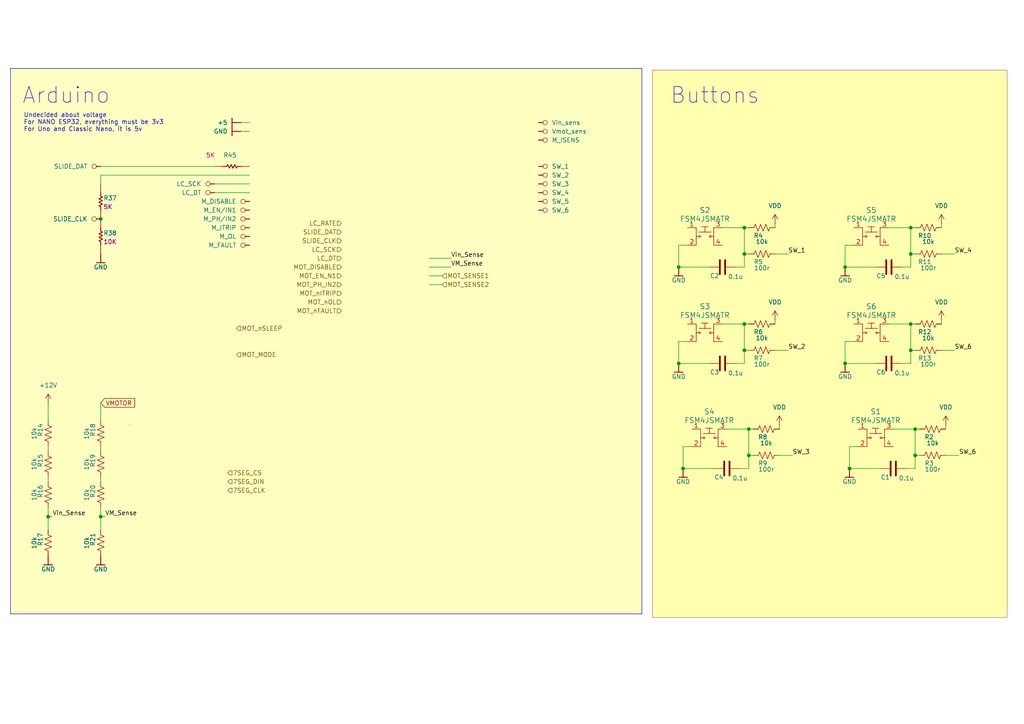
<source format=kicad_sch>
(kicad_sch (version 20231120) (generator "eeschema") (generator_version "8.0")
  (paper "A4")
  (lib_symbols
    (symbol "Device:C" (pin_numbers hide) (pin_names (offset 0.254))
      (property "Reference" "C" (at 0.635 2.54 0))
      (property "Value" "C" (at 0.635 -2.54 0))
      (symbol "C_0_1"
        (polyline (pts (xy -2.032 -0.762) (xy 2.032 -0.762)) (stroke (width 0.508)))
        (polyline (pts (xy -2.032 0.762) (xy 2.032 0.762)) (stroke (width 0.508)))
      )
      (symbol "C_1_1"
        (pin passive line (at 0 3.81 270) (length 2.794) (name "~") (number "1"))
        (pin passive line (at 0 -3.81 90) (length 2.794) (name "~") (number "2"))
      )
    )
    (symbol "Device:R_US" (pin_numbers hide) (pin_names (offset 0))
      (property "Reference" "R" (at 2.54 0 90))
      (property "Value" "R_US" (at -2.54 0 90))
      (symbol "R_US_0_1"
        (polyline (pts (xy 0 -2.286) (xy 0 -2.54)))
        (polyline (pts (xy 0 2.286) (xy 0 2.54)))
        (polyline (pts (xy 0 -0.762) (xy 1.016 -1.143) (xy 0 -1.524) (xy -1.016 -1.905) (xy 0 -2.286)))
        (polyline (pts (xy 0 0.762) (xy 1.016 0.381) (xy 0 0) (xy -1.016 -0.381) (xy 0 -0.762)))
        (polyline (pts (xy 0 2.286) (xy 1.016 1.905) (xy 0 1.524) (xy -1.016 1.143) (xy 0 0.762)))
      )
      (symbol "R_US_1_1"
        (pin passive line (at 0 3.81 270) (length 1.27) (name "~") (number "1"))
        (pin passive line (at 0 -3.81 90) (length 1.27) (name "~") (number "2"))
      )
    )
    (symbol "UMTK-altium-import:+5_BAR" (power)
      (property "Reference" "#PWR" (at 0 0 0))
      (property "Value" "+5" (at 0 3.81 0))
      (symbol "+5_BAR_0_0"
        (polyline (pts (xy -1.27 -2.54) (xy 1.27 -2.54)) (stroke (width 0.254)))
        (polyline (pts (xy 0 0) (xy 0 -2.54)) (stroke (width 0.254)))
        (pin power_in line (at 0 0 0) (length 0) hide (name "+5") (number ""))
      )
    )
    (symbol "UMTK-altium-import:GND_BAR" (power)
      (property "Reference" "#PWR" (at 0 0 0))
      (property "Value" "GND" (at 0 3.81 0))
      (symbol "GND_BAR_0_0"
        (polyline (pts (xy -1.27 -2.54) (xy 1.27 -2.54)) (stroke (width 0.254)))
        (polyline (pts (xy 0 0) (xy 0 -2.54)) (stroke (width 0.254)))
        (pin power_in line (at 0 0 0) (length 0) hide (name "GND") (number ""))
      )
    )
    (symbol "UMTK-altium-import:LC_DT_CIRCLE" (power)
      (property "Reference" "#PWR" (at 0 0 0))
      (property "Value" "LC_DT" (at 0 3.81 0))
      (symbol "LC_DT_CIRCLE_0_0"
        (circle (center 0 -1.905) (radius 0.635) (stroke (width 0.127)))
        (polyline (pts (xy 0 0) (xy 0 -1.27)) (stroke (width 0.254)))
        (pin power_in line (at 0 0 0) (length 0) hide (name "LC_DT") (number ""))
      )
    )
    (symbol "UMTK-altium-import:LC_SCK_CIRCLE" (power)
      (property "Reference" "#PWR" (at 0 0 0))
      (property "Value" "LC_SCK" (at 0 3.81 0))
      (symbol "LC_SCK_CIRCLE_0_0"
        (circle (center 0 -1.905) (radius 0.635) (stroke (width 0.127)))
        (polyline (pts (xy 0 0) (xy 0 -1.27)) (stroke (width 0.254)))
        (pin power_in line (at 0 0 0) (length 0) hide (name "LC_SCK") (number ""))
      )
    )
    (symbol "UMTK-altium-import:M_DISABLE_CIRCLE" (power)
      (property "Reference" "#PWR" (at 0 0 0))
      (property "Value" "M_DISABLE" (at 0 3.81 0))
      (symbol "M_DISABLE_CIRCLE_0_0"
        (circle (center 0 -1.905) (radius 0.635) (stroke (width 0.127)))
        (polyline (pts (xy 0 0) (xy 0 -1.27)) (stroke (width 0.254)))
        (pin power_in line (at 0 0 0) (length 0) hide (name "M_DISABLE") (number ""))
      )
    )
    (symbol "UMTK-altium-import:M_EN/IN1_CIRCLE" (power)
      (property "Reference" "#PWR" (at 0 0 0))
      (property "Value" "M_EN/IN1" (at 0 3.81 0))
      (symbol "M_EN/IN1_CIRCLE_0_0"
        (circle (center 0 -1.905) (radius 0.635) (stroke (width 0.127)))
        (polyline (pts (xy 0 0) (xy 0 -1.27)) (stroke (width 0.254)))
        (pin power_in line (at 0 0 0) (length 0) hide (name "M_EN/IN1") (number ""))
      )
    )
    (symbol "UMTK-altium-import:M_FAULT_CIRCLE" (power)
      (property "Reference" "#PWR" (at 0 0 0))
      (property "Value" "M_FAULT" (at 0 3.81 0))
      (symbol "M_FAULT_CIRCLE_0_0"
        (circle (center 0 -1.905) (radius 0.635) (stroke (width 0.127)))
        (polyline (pts (xy 0 0) (xy 0 -1.27)) (stroke (width 0.254)))
        (pin power_in line (at 0 0 0) (length 0) hide (name "M_FAULT") (number ""))
      )
    )
    (symbol "UMTK-altium-import:M_ISENS_CIRCLE" (power)
      (property "Reference" "#PWR" (at 0 0 0))
      (property "Value" "M_ISENS" (at 0 3.81 0))
      (symbol "M_ISENS_CIRCLE_0_0"
        (circle (center 0 -1.905) (radius 0.635) (stroke (width 0.127)))
        (polyline (pts (xy 0 0) (xy 0 -1.27)) (stroke (width 0.254)))
        (pin power_in line (at 0 0 0) (length 0) hide (name "M_ISENS") (number ""))
      )
    )
    (symbol "UMTK-altium-import:M_ITRIP_CIRCLE" (power)
      (property "Reference" "#PWR" (at 0 0 0))
      (property "Value" "M_ITRIP" (at 0 3.81 0))
      (symbol "M_ITRIP_CIRCLE_0_0"
        (circle (center 0 -1.905) (radius 0.635) (stroke (width 0.127)))
        (polyline (pts (xy 0 0) (xy 0 -1.27)) (stroke (width 0.254)))
        (pin power_in line (at 0 0 0) (length 0) hide (name "M_ITRIP") (number ""))
      )
    )
    (symbol "UMTK-altium-import:M_OL_CIRCLE" (power)
      (property "Reference" "#PWR" (at 0 0 0))
      (property "Value" "M_OL" (at 0 3.81 0))
      (symbol "M_OL_CIRCLE_0_0"
        (circle (center 0 -1.905) (radius 0.635) (stroke (width 0.127)))
        (polyline (pts (xy 0 0) (xy 0 -1.27)) (stroke (width 0.254)))
        (pin power_in line (at 0 0 0) (length 0) hide (name "M_OL") (number ""))
      )
    )
    (symbol "UMTK-altium-import:M_PH/IN2_CIRCLE" (power)
      (property "Reference" "#PWR" (at 0 0 0))
      (property "Value" "M_PH/IN2" (at 0 3.81 0))
      (symbol "M_PH/IN2_CIRCLE_0_0"
        (circle (center 0 -1.905) (radius 0.635) (stroke (width 0.127)))
        (polyline (pts (xy 0 0) (xy 0 -1.27)) (stroke (width 0.254)))
        (pin power_in line (at 0 0 0) (length 0) hide (name "M_PH/IN2") (number ""))
      )
    )
    (symbol "UMTK-altium-import:SLIDE_CLK_CIRCLE" (power)
      (property "Reference" "#PWR" (at 0 0 0))
      (property "Value" "SLIDE_CLK" (at 0 3.81 0))
      (symbol "SLIDE_CLK_CIRCLE_0_0"
        (circle (center 0 -1.905) (radius 0.635) (stroke (width 0.127)))
        (polyline (pts (xy 0 0) (xy 0 -1.27)) (stroke (width 0.254)))
        (pin power_in line (at 0 0 0) (length 0) hide (name "SLIDE_CLK") (number ""))
      )
    )
    (symbol "UMTK-altium-import:SLIDE_DAT_CIRCLE" (power)
      (property "Reference" "#PWR" (at 0 0 0))
      (property "Value" "SLIDE_DAT" (at 0 3.81 0))
      (symbol "SLIDE_DAT_CIRCLE_0_0"
        (circle (center 0 -1.905) (radius 0.635) (stroke (width 0.127)))
        (polyline (pts (xy 0 0) (xy 0 -1.27)) (stroke (width 0.254)))
        (pin power_in line (at 0 0 0) (length 0) hide (name "SLIDE_DAT") (number ""))
      )
    )
    (symbol "UMTK-altium-import:SW_1_CIRCLE" (power)
      (property "Reference" "#PWR" (at 0 0 0))
      (property "Value" "SW_1" (at 0 3.81 0))
      (symbol "SW_1_CIRCLE_0_0"
        (circle (center 0 -1.905) (radius 0.635) (stroke (width 0.127)))
        (polyline (pts (xy 0 0) (xy 0 -1.27)) (stroke (width 0.254)))
        (pin power_in line (at 0 0 0) (length 0) hide (name "SW_1") (number ""))
      )
    )
    (symbol "UMTK-altium-import:SW_2_CIRCLE" (power)
      (property "Reference" "#PWR" (at 0 0 0))
      (property "Value" "SW_2" (at 0 3.81 0))
      (symbol "SW_2_CIRCLE_0_0"
        (circle (center 0 -1.905) (radius 0.635) (stroke (width 0.127)))
        (polyline (pts (xy 0 0) (xy 0 -1.27)) (stroke (width 0.254)))
        (pin power_in line (at 0 0 0) (length 0) hide (name "SW_2") (number ""))
      )
    )
    (symbol "UMTK-altium-import:SW_3_CIRCLE" (power)
      (property "Reference" "#PWR" (at 0 0 0))
      (property "Value" "SW_3" (at 0 3.81 0))
      (symbol "SW_3_CIRCLE_0_0"
        (circle (center 0 -1.905) (radius 0.635) (stroke (width 0.127)))
        (polyline (pts (xy 0 0) (xy 0 -1.27)) (stroke (width 0.254)))
        (pin power_in line (at 0 0 0) (length 0) hide (name "SW_3") (number ""))
      )
    )
    (symbol "UMTK-altium-import:SW_4_CIRCLE" (power)
      (property "Reference" "#PWR" (at 0 0 0))
      (property "Value" "SW_4" (at 0 3.81 0))
      (symbol "SW_4_CIRCLE_0_0"
        (circle (center 0 -1.905) (radius 0.635) (stroke (width 0.127)))
        (polyline (pts (xy 0 0) (xy 0 -1.27)) (stroke (width 0.254)))
        (pin power_in line (at 0 0 0) (length 0) hide (name "SW_4") (number ""))
      )
    )
    (symbol "UMTK-altium-import:SW_5_CIRCLE" (power)
      (property "Reference" "#PWR" (at 0 0 0))
      (property "Value" "SW_5" (at 0 3.81 0))
      (symbol "SW_5_CIRCLE_0_0"
        (circle (center 0 -1.905) (radius 0.635) (stroke (width 0.127)))
        (polyline (pts (xy 0 0) (xy 0 -1.27)) (stroke (width 0.254)))
        (pin power_in line (at 0 0 0) (length 0) hide (name "SW_5") (number ""))
      )
    )
    (symbol "UMTK-altium-import:SW_6_CIRCLE" (power)
      (property "Reference" "#PWR" (at 0 0 0))
      (property "Value" "SW_6" (at 0 3.81 0))
      (symbol "SW_6_CIRCLE_0_0"
        (circle (center 0 -1.905) (radius 0.635) (stroke (width 0.127)))
        (polyline (pts (xy 0 0) (xy 0 -1.27)) (stroke (width 0.254)))
        (pin power_in line (at 0 0 0) (length 0) hide (name "SW_6") (number ""))
      )
    )
    (symbol "UMTK-altium-import:Vin_sens_CIRCLE" (power)
      (property "Reference" "#PWR" (at 0 0 0))
      (property "Value" "Vin_sens" (at 0 3.81 0))
      (symbol "Vin_sens_CIRCLE_0_0"
        (circle (center 0 -1.905) (radius 0.635) (stroke (width 0.127)))
        (polyline (pts (xy 0 0) (xy 0 -1.27)) (stroke (width 0.254)))
        (pin power_in line (at 0 0 0) (length 0) hide (name "Vin_sens") (number ""))
      )
    )
    (symbol "UMTK-altium-import:Vmot_sens_CIRCLE" (power)
      (property "Reference" "#PWR" (at 0 0 0))
      (property "Value" "Vmot_sens" (at 0 3.81 0))
      (symbol "Vmot_sens_CIRCLE_0_0"
        (circle (center 0 -1.905) (radius 0.635) (stroke (width 0.127)))
        (polyline (pts (xy 0 0) (xy 0 -1.27)) (stroke (width 0.254)))
        (pin power_in line (at 0 0 0) (length 0) hide (name "Vmot_sens") (number ""))
      )
    )
    (symbol "UMTK-altium-import:root_0_Res1"
      (symbol "root_0_Res1_1_0"
        (polyline (pts (xy 5.08 -2.54) (xy 4.064 -2.54) (xy 3.81 -3.048) (xy 3.302 -2.032) (xy 2.794 -3.048) (xy 2.286 -2.032) (xy 1.778 -3.048) (xy 1.27 -2.032) (xy 1.016 -2.54) (xy 0 -2.54)) (stroke (width 0.254)))
        (pin passive line (at -2.54 -2.54 0) (length 2.54) (name "1") (number "1"))
        (pin passive line (at 7.62 -2.54 180) (length 2.54) (name "2") (number "2"))
      )
    )
    (symbol "UMTK-altium-import:root_3_Res1"
      (symbol "root_3_Res1_1_0"
        (polyline (pts (xy -2.54 -5.08) (xy -2.54 -4.064) (xy -3.048 -3.81) (xy -2.032 -3.302) (xy -3.048 -2.794) (xy -2.032 -2.286) (xy -3.048 -1.778) (xy -2.032 -1.27) (xy -2.54 -1.016) (xy -2.54 0)) (stroke (width 0.254)))
        (pin passive line (at -2.54 2.54 270) (length 2.54) (name "1") (number "1"))
        (pin passive line (at -2.54 -7.62 90) (length 2.54) (name "2") (number "2"))
      )
    )
    (symbol "arduino-library:Arduino_Mega2560_R3_Shield" (pin_names (offset 1.016))
      (property "Reference" "A" (at 0 -62.23 0))
      (property "Value" "Arduino_Mega2560_R3_Shield" (at 0 -66.04 0))
      (symbol "Arduino_Mega2560_R3_Shield_0_0"
        (rectangle (start -25.4 -58.42) (end 25.4 58.42) (fill (type background)))
        (rectangle (start -20.32 -31.75) (end -12.7 -31.75))
        (rectangle (start -19.05 -54.61) (end -12.7 -54.61))
        (rectangle (start -19.05 -19.05) (end -12.7 -19.05))
        (rectangle (start -19.05 26.67) (end -12.7 26.67))
        (rectangle (start -17.78 -26.67) (end -16.51 -26.67))
        (rectangle (start -17.78 -24.13) (end -16.51 -24.13))
        (rectangle (start -16.51 -25.4) (end -13.97 -25.4))
        (rectangle (start -16.51 -24.13) (end -16.51 -26.67))
        (rectangle (start -16.51 54.61) (end -12.7 54.61))
        (rectangle (start -15.24 34.29) (end -12.7 34.29))
        (rectangle (start -15.24 36.83) (end -12.7 36.83))
        (rectangle (start -12.7 -54.61) (end -12.7 -48.26))
        (rectangle (start -12.7 -31.75) (end -12.7 -38.1))
        (rectangle (start -12.7 26.67) (end -12.7 27.94))
        (rectangle (start -12.7 34.29) (end -12.7 33.02))
        (rectangle (start -12.7 41.91) (end -12.7 36.83))
        (rectangle (start -12.7 49.53) (end -12.7 54.61))
        (rectangle (start -6.35 48.26) (end -6.35 45.72))
        (rectangle (start -2.54 45.72) (end -6.35 45.72))
        (polyline (pts (xy -21.59 21.59) (xy -12.7 21.59)))
        (polyline (pts (xy -12.7 -19.05) (xy -12.7 -3.81)))
        (polyline (pts (xy -12.7 6.35) (xy -12.7 21.59)))
        (polyline (pts (xy 12.7 -54.61) (xy 16.51 -54.61)))
        (polyline (pts (xy 12.7 54.61) (xy 16.51 54.61)))
        (polyline (pts (xy 17.78 -34.29) (xy 16.51 -34.29)))
        (polyline (pts (xy 15.24 36.83) (xy 15.24 27.94) (xy 20.32 26.67)))
        (polyline (pts (xy 15.24 44.45) (xy 15.24 53.34) (xy 16.51 54.61)))
        (polyline (pts (xy 20.32 -31.75) (xy 17.78 -33.02) (xy 17.78 -35.56) (xy 20.32 -36.83)))
        (rectangle (start 6.35 45.72) (end 2.54 45.72))
        (rectangle (start 6.35 48.26) (end 6.35 45.72))
        (text "Analog" (at -12.7 1.27 900) (effects (font (size 1.524 1.524))))
        (text "I²C" (at -12.7 30.48 900) (effects (font (size 1.524 1.524))))
        (text "Misc." (at -12.7 -25.4 900) (effects (font (size 1.524 1.524))))
        (text "Power" (at -12.7 -43.18 900) (effects (font (size 1.524 1.524))))
        (text "PWM" (at 15.24 -34.29 900) (effects (font (size 1.524 1.524))))
        (text "PWM" (at 15.24 40.64 900) (effects (font (size 1.524 1.524))))
        (text "Serial" (at -12.7 45.72 900) (effects (font (size 1.524 1.524))))
        (text "SPI" (at 0 45.72 0) (effects (font (size 1.524 1.524))))
      )
      (symbol "Arduino_Mega2560_R3_Shield_1_0"
        (rectangle (start 12.7 -54.61) (end 12.7 -3.81))
        (rectangle (start 12.7 54.61) (end 12.7 3.81))
        (text "GPIO" (at 12.7 0 900) (effects (font (size 1.524 1.524))))
      )
      (symbol "Arduino_Mega2560_R3_Shield_1_1"
        (pin power_out line (at -33.02 -41.91 0) (length 7.62) (name "3.3V") (number "3V3"))
        (pin power_in line (at -33.02 -34.29 0) (length 7.62) (name "5V") (number "5V1"))
        (pin power_in line (at 3.81 66.04 270) (length 7.62) (name "SPI_5V") (number "5V2"))
        (pin power_in line (at -33.02 -36.83 0) (length 7.62) (name "5V") (number "5V3"))
        (pin power_in line (at -33.02 -39.37 0) (length 7.62) (name "5V") (number "5V4"))
        (pin bidirectional line (at -33.02 21.59 0) (length 7.62) (name "A0") (number "A0"))
        (pin bidirectional line (at -33.02 19.05 0) (length 7.62) (name "A1") (number "A1"))
        (pin bidirectional line (at -33.02 -3.81 0) (length 7.62) (name "A10") (number "A10"))
        (pin bidirectional line (at -33.02 -6.35 0) (length 7.62) (name "A11") (number "A11"))
        (pin bidirectional line (at -33.02 -8.89 0) (length 7.62) (name "A12") (number "A12"))
        (pin bidirectional line (at -33.02 -11.43 0) (length 7.62) (name "A13") (number "A13"))
        (pin bidirectional line (at -33.02 -13.97 0) (length 7.62) (name "A14") (number "A14"))
        (pin bidirectional line (at -33.02 -16.51 0) (length 7.62) (name "A15") (number "A15"))
        (pin bidirectional line (at -33.02 16.51 0) (length 7.62) (name "A2") (number "A2"))
        (pin bidirectional line (at -33.02 13.97 0) (length 7.62) (name "A3") (number "A3"))
        (pin bidirectional line (at -33.02 11.43 0) (length 7.62) (name "A4") (number "A4"))
        (pin bidirectional line (at -33.02 8.89 0) (length 7.62) (name "A5") (number "A5"))
        (pin bidirectional line (at -33.02 6.35 0) (length 7.62) (name "A6") (number "A6"))
        (pin bidirectional line (at -33.02 3.81 0) (length 7.62) (name "A7") (number "A7"))
        (pin bidirectional line (at -33.02 1.27 0) (length 7.62) (name "A8") (number "A8"))
        (pin bidirectional line (at -33.02 -1.27 0) (length 7.62) (name "A9") (number "A9"))
        (pin input line (at -33.02 -19.05 0) (length 7.62) (name "AREF") (number "AREF"))
        (pin bidirectional line (at -33.02 54.61 0) (length 7.62) (name "D0/RX0") (number "D0"))
        (pin bidirectional line (at -33.02 52.07 0) (length 7.62) (name "D1/TX0") (number "D1"))
        (pin bidirectional line (at 33.02 34.29 180) (length 7.62) (name "D10") (number "D10"))
        (pin bidirectional line (at 33.02 31.75 180) (length 7.62) (name "D11") (number "D11"))
        (pin bidirectional line (at 33.02 29.21 180) (length 7.62) (name "D12") (number "D12"))
        (pin bidirectional line (at 33.02 26.67 180) (length 7.62) (name "D13") (number "D13"))
        (pin bidirectional line (at -33.02 36.83 0) (length 7.62) (name "D14/TX3") (number "D14"))
        (pin bidirectional line (at -33.02 39.37 0) (length 7.62) (name "D15/RX3") (number "D15"))
        (pin bidirectional line (at -33.02 41.91 0) (length 7.62) (name "D16/TX2") (number "D16"))
        (pin bidirectional line (at -33.02 44.45 0) (length 7.62) (name "D17/RX2") (number "D17"))
        (pin bidirectional line (at -33.02 46.99 0) (length 7.62) (name "D18/TX1") (number "D18"))
        (pin bidirectional line (at -33.02 49.53 0) (length 7.62) (name "D19/RX1") (number "D19"))
        (pin bidirectional line (at 33.02 54.61 180) (length 7.62) (name "D2_INT0") (number "D2"))
        (pin bidirectional line (at -33.02 34.29 0) (length 7.62) (name "D20/SDA") (number "D20"))
        (pin bidirectional clock (at -33.02 31.75 0) (length 7.62) (name "D21/SCL") (number "D21"))
        (pin bidirectional line (at 33.02 24.13 180) (length 7.62) (name "D22") (number "D22"))
        (pin bidirectional line (at 33.02 21.59 180) (length 7.62) (name "D23") (number "D23"))
        (pin bidirectional line (at 33.02 19.05 180) (length 7.62) (name "D24") (number "D24"))
        (pin bidirectional line (at 33.02 16.51 180) (length 7.62) (name "D25") (number "D25"))
        (pin bidirectional line (at 33.02 13.97 180) (length 7.62) (name "D26") (number "D26"))
        (pin bidirectional line (at 33.02 11.43 180) (length 7.62) (name "D27") (number "D27"))
        (pin bidirectional line (at 33.02 8.89 180) (length 7.62) (name "D28") (number "D28"))
        (pin bidirectional line (at 33.02 6.35 180) (length 7.62) (name "D29") (number "D29"))
        (pin bidirectional line (at 33.02 52.07 180) (length 7.62) (name "D3_INT1") (number "D3"))
        (pin bidirectional line (at 33.02 3.81 180) (length 7.62) (name "D30") (number "D30"))
        (pin bidirectional line (at 33.02 1.27 180) (length 7.62) (name "D31") (number "D31"))
        (pin bidirectional line (at 33.02 -1.27 180) (length 7.62) (name "D32") (number "D32"))
        (pin bidirectional line (at 33.02 -3.81 180) (length 7.62) (name "D33") (number "D33"))
        (pin bidirectional line (at 33.02 -6.35 180) (length 7.62) (name "D34") (number "D34"))
        (pin bidirectional line (at 33.02 -8.89 180) (length 7.62) (name "D35") (number "D35"))
        (pin bidirectional line (at 33.02 -11.43 180) (length 7.62) (name "D36") (number "D36"))
        (pin bidirectional line (at 33.02 -13.97 180) (length 7.62) (name "D37") (number "D37"))
        (pin bidirectional line (at 33.02 -16.51 180) (length 7.62) (name "D38") (number "D38"))
        (pin bidirectional line (at 33.02 -19.05 180) (length 7.62) (name "D39") (number "D39"))
        (pin bidirectional line (at 33.02 49.53 180) (length 7.62) (name "D4") (number "D4"))
        (pin bidirectional line (at 33.02 -21.59 180) (length 7.62) (name "D40") (number "D40"))
        (pin bidirectional line (at 33.02 -24.13 180) (length 7.62) (name "D41") (number "D41"))
        (pin bidirectional line (at 33.02 -26.67 180) (length 7.62) (name "D42") (number "D42"))
        (pin bidirectional line (at 33.02 -29.21 180) (length 7.62) (name "D43") (number "D43"))
        (pin bidirectional line (at 33.02 -31.75 180) (length 7.62) (name "D44") (number "D44"))
        (pin bidirectional line (at 33.02 -34.29 180) (length 7.62) (name "D45") (number "D45"))
        (pin bidirectional line (at 33.02 -36.83 180) (length 7.62) (name "D46") (number "D46"))
        (pin bidirectional line (at 33.02 -39.37 180) (length 7.62) (name "D47") (number "D47"))
        (pin bidirectional line (at 33.02 -41.91 180) (length 7.62) (name "D48") (number "D48"))
        (pin bidirectional line (at 33.02 -44.45 180) (length 7.62) (name "D49") (number "D49"))
        (pin bidirectional line (at 33.02 46.99 180) (length 7.62) (name "D5") (number "D5"))
        (pin bidirectional line (at 33.02 -46.99 180) (length 7.62) (name "D50_MISO") (number "D50"))
        (pin bidirectional line (at 33.02 -49.53 180) (length 7.62) (name "D51_MOSI") (number "D51"))
        (pin bidirectional clock (at 33.02 -52.07 180) (length 7.62) (name "D52_SCK") (number "D52"))
        (pin bidirectional line (at 33.02 -54.61 180) (length 7.62) (name "D53_CS") (number "D53"))
        (pin bidirectional line (at 33.02 44.45 180) (length 7.62) (name "D6") (number "D6"))
        (pin bidirectional line (at 33.02 41.91 180) (length 7.62) (name "D7") (number "D7"))
        (pin bidirectional line (at 33.02 39.37 180) (length 7.62) (name "D8") (number "D8"))
        (pin bidirectional line (at 33.02 36.83 180) (length 7.62) (name "D9") (number "D9"))
        (pin power_in line (at -33.02 -44.45 0) (length 7.62) (name "GND") (number "GND1"))
        (pin power_in line (at -33.02 -46.99 0) (length 7.62) (name "GND") (number "GND2"))
        (pin power_in line (at -33.02 -49.53 0) (length 7.62) (name "GND") (number "GND3"))
        (pin power_in line (at 6.35 66.04 270) (length 7.62) (name "SPI_GND") (number "GND4"))
        (pin power_in line (at -33.02 -52.07 0) (length 7.62) (name "GND") (number "GND5"))
        (pin power_in line (at -33.02 -54.61 0) (length 7.62) (name "GND") (number "GND6"))
        (pin output line (at -33.02 -26.67 0) (length 7.62) (name "IOREF") (number "IORF"))
        (pin input line (at -6.35 66.04 270) (length 7.62) (name "SPI_MISO") (number "MISO"))
        (pin output line (at -3.81 66.04 270) (length 7.62) (name "SPI_MOSI") (number "MOSI"))
        (pin open_collector input_low (at -33.02 -24.13 0) (length 7.62) (name "RESET") (number "RST1"))
        (pin open_collector input_low (at 1.27 66.04 270) (length 7.62) (name "SPI_RESET") (number "RST2"))
        (pin output clock (at -1.27 66.04 270) (length 7.62) (name "SPI_SCK") (number "SCK"))
        (pin bidirectional clock (at -33.02 26.67 0) (length 7.62) (name "SCL") (number "SCL"))
        (pin bidirectional line (at -33.02 29.21 0) (length 7.62) (name "SDA") (number "SDA"))
        (pin power_in line (at -33.02 -31.75 0) (length 7.62) (name "VIN") (number "VIN"))
      )
    )
    (symbol "dk_Tactile-Switches:FSM4JSMATR" (pin_names (offset 1.016))
      (property "Reference" "S" (at 0 5.08 0))
      (property "Value" "FSM4JSMATR" (at 0 -5.08 0))
      (symbol "FSM4JSMATR_0_1"
        (circle (center -1.524 0) (radius 0.254))
        (polyline (pts (xy -2.54 2.54) (xy -2.54 -2.54)))
        (polyline (pts (xy -1.778 0) (xy -2.54 0)))
        (polyline (pts (xy -1.778 1.27) (xy 1.778 1.27)))
        (polyline (pts (xy 2.54 -2.54) (xy 2.54 2.54)))
        (polyline (pts (xy 2.54 0) (xy 1.778 0)))
        (circle (center 1.524 0) (radius 0.254))
      )
      (symbol "FSM4JSMATR_1_1"
        (polyline (pts (xy -1.016 2.794) (xy 0.889 2.794)))
        (polyline (pts (xy 0 2.794) (xy 0 1.27)))
        (pin passive line (at -5.08 2.54 0) (length 2.54) (name "~") (number "1"))
        (pin passive line (at -5.08 -2.54 0) (length 2.54) (name "~") (number "2"))
        (pin passive line (at 5.08 2.54 180) (length 2.54) (name "~") (number "3"))
        (pin passive line (at 5.08 -2.54 180) (length 2.54) (name "~") (number "4"))
      )
    )
    (symbol "power:+12V" (power) (pin_numbers hide) (pin_names (offset 0) hide)
      (property "Value" "+12V" (at 0 3.556 0))
      (symbol "+12V_0_1"
        (polyline (pts (xy -0.762 1.27) (xy 0 2.54)))
        (polyline (pts (xy 0 0) (xy 0 2.54)))
        (polyline (pts (xy 0 2.54) (xy 0.762 1.27)))
      )
      (symbol "+12V_1_1"
        (pin power_in line (at 0 0 90) (length 0) (name "~") (number "1"))
      )
    )
    (symbol "power:VDD" (power) (pin_numbers hide) (pin_names (offset 0) hide)
      (property "Value" "VDD" (at 0 3.556 0))
      (symbol "VDD_0_1"
        (polyline (pts (xy -0.762 1.27) (xy 0 2.54)))
        (polyline (pts (xy 0 0) (xy 0 2.54)))
        (polyline (pts (xy 0 2.54) (xy 0.762 1.27)))
      )
      (symbol "VDD_1_1"
        (pin power_in line (at 0 0 90) (length 0) (name "~") (number "1"))
      )
    )
  )
  (junction (at 215.9 101.6))
  (junction (at 215.9 93.98))
  (junction (at 264.16 73.66))
  (junction (at 217.17 124.46))
  (junction (at 246.38 135.89))
  (junction (at 13.97 149.86))
  (junction (at 217.17 132.08))
  (junction (at 29.21 149.86))
  (junction (at 29.21 63.5))
  (junction (at 196.85 77.47))
  (junction (at 264.16 66.04))
  (junction (at 264.16 101.6))
  (junction (at 198.12 135.89))
  (junction (at 215.9 73.66))
  (junction (at 215.9 66.04))
  (junction (at 196.85 105.41))
  (junction (at 265.43 124.46))
  (junction (at 264.16 93.98))
  (junction (at 265.43 132.08))
  (junction (at 245.11 105.41))
  (junction (at 245.11 77.47))
  (wire (pts (xy 124.46 74.93) (xy 130.81 74.93)))
  (wire (pts (xy 200.66 129.54) (xy 198.12 129.54)))
  (wire (pts (xy 124.46 77.47) (xy 130.81 77.47)))
  (wire (pts (xy 248.92 129.54) (xy 246.38 129.54)))
  (wire (pts (xy 196.85 99.06) (xy 196.85 105.41)))
  (wire (pts (xy 13.97 149.86) (xy 15.24 149.86)))
  (wire (pts (xy 265.43 135.89) (xy 265.43 132.08)))
  (wire (pts (xy 13.97 129.54) (xy 13.97 130.81)))
  (wire (pts (xy 215.9 66.04) (xy 217.17 66.04)))
  (wire (pts (xy 215.9 77.47) (xy 215.9 73.66)))
  (wire (pts (xy 69.85 38.1) (xy 72.39 38.1)))
  (wire (pts (xy 215.9 93.98) (xy 215.9 101.6)))
  (wire (pts (xy 264.16 93.98) (xy 265.43 93.98)))
  (wire (pts (xy 246.38 135.89) (xy 255.27 135.89)))
  (wire (pts (xy 29.21 138.43) (xy 29.21 139.7)))
  (wire (pts (xy 210.82 124.46) (xy 217.17 124.46)))
  (wire (pts (xy 246.38 129.54) (xy 246.38 135.89)))
  (wire (pts (xy 224.79 64.77) (xy 224.79 66.04)))
  (wire (pts (xy 217.17 124.46) (xy 218.44 124.46)))
  (wire (pts (xy 13.97 149.86) (xy 13.97 153.67)))
  (wire (pts (xy 196.85 71.12) (xy 196.85 77.47)))
  (wire (pts (xy 217.17 135.89) (xy 217.17 132.08)))
  (wire (pts (xy 215.9 66.04) (xy 215.9 73.66)))
  (wire (pts (xy 257.81 66.04) (xy 264.16 66.04)))
  (wire (pts (xy 224.79 101.6) (xy 228.6 101.6)))
  (wire (pts (xy 217.17 73.66) (xy 215.9 73.66)))
  (wire (pts (xy 264.16 105.41) (xy 264.16 101.6)))
  (wire (pts (xy 264.16 93.98) (xy 264.16 101.6)))
  (wire (pts (xy 264.16 66.04) (xy 265.43 66.04)))
  (wire (pts (xy 199.39 99.06) (xy 196.85 99.06)))
  (wire (pts (xy 245.11 99.06) (xy 245.11 105.41)))
  (wire (pts (xy 273.05 101.6) (xy 276.86 101.6)))
  (wire (pts (xy 245.11 77.47) (xy 254 77.47)))
  (wire (pts (xy 245.11 71.12) (xy 245.11 77.47)))
  (wire (pts (xy 261.62 105.41) (xy 264.16 105.41)))
  (wire (pts (xy 274.32 132.08) (xy 278.13 132.08)))
  (wire (pts (xy 124.46 82.55) (xy 128.27 82.55)))
  (wire (pts (xy 62.23 53.34) (xy 72.39 53.34)))
  (wire (pts (xy 69.85 35.56) (xy 72.39 35.56)))
  (wire (pts (xy 265.43 124.46) (xy 266.7 124.46)))
  (wire (pts (xy 259.08 124.46) (xy 265.43 124.46)))
  (wire (pts (xy 226.06 123.19) (xy 226.06 124.46)))
  (wire (pts (xy 198.12 135.89) (xy 207.01 135.89)))
  (wire (pts (xy 213.36 77.47) (xy 215.9 77.47)))
  (wire (pts (xy 224.79 73.66) (xy 228.6 73.66)))
  (wire (pts (xy 245.11 105.41) (xy 254 105.41)))
  (wire (pts (xy 13.97 116.84) (xy 13.97 121.92)))
  (wire (pts (xy 29.21 129.54) (xy 29.21 130.81)))
  (wire (pts (xy 209.55 93.98) (xy 215.9 93.98)))
  (wire (pts (xy 264.16 77.47) (xy 264.16 73.66)))
  (wire (pts (xy 13.97 147.32) (xy 13.97 149.86)))
  (wire (pts (xy 29.21 147.32) (xy 29.21 149.86)))
  (wire (pts (xy 199.39 71.12) (xy 196.85 71.12)))
  (wire (pts (xy 215.9 105.41) (xy 215.9 101.6)))
  (wire (pts (xy 226.06 132.08) (xy 229.87 132.08)))
  (wire (pts (xy 29.21 116.84) (xy 29.21 121.92)))
  (wire (pts (xy 262.89 135.89) (xy 265.43 135.89)))
  (wire (pts (xy 29.21 149.86) (xy 29.21 153.67)))
  (wire (pts (xy 217.17 124.46) (xy 217.17 132.08)))
  (wire (pts (xy 264.16 66.04) (xy 264.16 73.66)))
  (wire (pts (xy 196.85 77.47) (xy 205.74 77.47)))
  (wire (pts (xy 29.21 53.34) (xy 29.21 50.8)))
  (wire (pts (xy 13.97 138.43) (xy 13.97 139.7)))
  (wire (pts (xy 273.05 64.77) (xy 273.05 66.04)))
  (wire (pts (xy 29.21 50.8) (xy 72.39 50.8)))
  (wire (pts (xy 224.79 92.71) (xy 224.79 93.98)))
  (wire (pts (xy 265.43 73.66) (xy 264.16 73.66)))
  (wire (pts (xy 261.62 77.47) (xy 264.16 77.47)))
  (wire (pts (xy 217.17 101.6) (xy 215.9 101.6)))
  (wire (pts (xy 273.05 92.71) (xy 273.05 93.98)))
  (wire (pts (xy 196.85 105.41) (xy 205.74 105.41)))
  (wire (pts (xy 265.43 124.46) (xy 265.43 132.08)))
  (wire (pts (xy 247.65 71.12) (xy 245.11 71.12)))
  (wire (pts (xy 29.21 48.26) (xy 62.23 48.26)))
  (wire (pts (xy 265.43 101.6) (xy 264.16 101.6)))
  (wire (pts (xy 218.44 132.08) (xy 217.17 132.08)))
  (wire (pts (xy 215.9 93.98) (xy 217.17 93.98)))
  (wire (pts (xy 213.36 105.41) (xy 215.9 105.41)))
  (wire (pts (xy 273.05 73.66) (xy 276.86 73.66)))
  (wire (pts (xy 274.32 123.19) (xy 274.32 124.46)))
  (wire (pts (xy 247.65 99.06) (xy 245.11 99.06)))
  (wire (pts (xy 198.12 129.54) (xy 198.12 135.89)))
  (wire (pts (xy 29.21 149.86) (xy 30.48 149.86)))
  (wire (pts (xy 266.7 132.08) (xy 265.43 132.08)))
  (wire (pts (xy 214.63 135.89) (xy 217.17 135.89)))
  (wire (pts (xy 257.81 93.98) (xy 264.16 93.98)))
  (wire (pts (xy 62.23 55.88) (xy 72.39 55.88)))
  (wire (pts (xy 124.46 80.01) (xy 128.27 80.01)))
  (wire (pts (xy 209.55 66.04) (xy 215.9 66.04)))
  (rectangle (start 37.592 123.19) (end 37.592 123.19))
  (rectangle (start 3.048 19.812) (end 186.182 178.054) (fill (type color) (color 255 255 194 1)))
  (rectangle (start 189.23 20.32) (end 292.1 179.07) (stroke (width 0.0254) (color 128 0 0 1)) (fill (type color) (color 255 255 176 1)))
  (text "Arduino" (at 6.35 30.48 0) (effects (font (size 4.572 4.572)) (justify left bottom)))
  (text "Undecided about voltage\nFor NANO ESP32, everything must be 3v3\nFor Uno and Classic Nano, it is 5v\n" (at 6.858 35.56 0) (effects (font (size 1.27 1.27)) (justify left)))
  (text "Buttons" (at 194.31 30.48 0) (effects (font (size 4.572 4.572)) (justify left bottom)))
  (label "SW_3" (at 229.87 132.08 0))
  (label "SW_4" (at 276.86 73.66 0))
  (label "VM_Sense" (at 130.81 77.47 0))
  (label "SW_1" (at 228.6 73.66 0))
  (label "SW_6" (at 278.13 132.08 0))
  (label "SW_6" (at 276.86 101.6 0))
  (label "VM_Sense" (at 30.48 149.86 0))
  (label "Vin_Sense" (at 130.81 74.93 0))
  (label "SW_2" (at 228.6 101.6 0))
  (label "Vin_Sense" (at 15.24 149.86 0))
  (global_label "VMOTOR" (shape input) (at 29.21 116.84 0) (property "Intersheetrefs" "${INTERSHEET_REFS}" (effects (hide yes))))
  (hierarchical_label "MOT_nFAULT" (shape input) (at 99.06 90.17 180))
  (hierarchical_label "MOT_SENSE2" (shape input) (at 128.27 82.55 0))
  (hierarchical_label "MOT_nITRIP" (shape input) (at 99.06 85.09 180))
  (hierarchical_label "MOT_MODE" (shape input) (at 68.58 102.87 0))
  (hierarchical_label "SLIDE_CLK" (shape input) (at 99.06 69.85 180))
  (hierarchical_label "7SEG_CLK" (shape input) (at 66.04 142.24 0))
  (hierarchical_label "MOT_SENSE1" (shape input) (at 128.27 80.01 0))
  (hierarchical_label "LC_DT" (shape input) (at 99.06 74.93 180))
  (hierarchical_label "MOT_nSLEEP" (shape input) (at 68.58 95.25 0))
  (hierarchical_label "LC_SCK" (shape input) (at 99.06 72.39 180))
  (hierarchical_label "MOT_nOL" (shape input) (at 99.06 87.63 180))
  (hierarchical_label "7SEG_CS" (shape input) (at 66.04 137.16 0))
  (hierarchical_label "MOT_DISABLE" (shape input) (at 99.06 77.47 180))
  (hierarchical_label "LC_RATE" (shape input) (at 99.06 64.77 180))
  (hierarchical_label "7SEG_DIN" (shape input) (at 66.04 139.7 0))
  (hierarchical_label "MOT_EN_N1" (shape input) (at 99.06 80.01 180))
  (hierarchical_label "MOT_PH_IN2" (shape input) (at 99.06 82.55 180))
  (hierarchical_label "SLIDE_DAT" (shape input) (at 99.06 67.31 180))
  (symbol (lib_id "power:+12V") (at 13.97 116.84 0) (unit 1)
    (property "Reference" "#PWR026" (effects (hide yes)))
    (property "Value" "+12V" (at 13.97 111.76 0))
    (property "Description" "Power symbol creates a global label with name \"+12V\"" (effects (hide yes)))
  )
  (symbol (lib_id "UMTK-altium-import:GND_BAR") (at 198.12 135.89 0) (unit 1)
    (property "Reference" "#PWR020" (effects (hide yes)))
    (property "Value" "GND" (at 198.12 139.7 0))
  )
  (symbol (lib_id "dk_Tactile-Switches:FSM4JSMATR") (at 254 127 0) (unit 1)
    (property "Reference" "S1" (at 254 119.38 0) (effects (font (size 1.524 1.524))))
    (property "Value" "FSM4JSMATR" (at 254 121.92 0) (effects (font (size 1.524 1.524))))
    (property "Footprint" "digikey-footprints:Switch_Tactile_SMD_6x6mm" (effects (hide yes)))
    (property "Datasheet" "https://www.te.com/commerce/DocumentDelivery/DDEController?Action=srchrtrv&DocNm=2-1437565-7&DocType=Customer+Drawing&DocLang=English" (effects (hide yes)))
    (property "Description" "SWITCH TACTILE SPST-NO 0.05A 24V" (effects (hide yes)))
    (property "Digi-Key_PN" "450-1759-1-ND" (effects (hide yes)))
    (property "MPN" "FSM4JSMATR" (effects (hide yes)))
    (property "Category" "Switches" (effects (hide yes)))
    (property "Family" "Tactile Switches" (effects (hide yes)))
    (property "DK_Datasheet_Link" "https://www.te.com/commerce/DocumentDelivery/DDEController?Action=srchrtrv&DocNm=2-1437565-7&DocType=Customer+Drawing&DocLang=English" (effects (hide yes)))
    (property "DK_Detail_Page" "/product-detail/en/te-connectivity-alcoswitch-switches/FSM4JSMATR/450-1759-1-ND/2271638" (effects (hide yes)))
    (property "Description_1" "SWITCH TACTILE SPST-NO 0.05A 24V" (effects (hide yes)))
    (property "Manufacturer" "TE Connectivity ALCOSWITCH Switches" (effects (hide yes)))
    (property "Status" "Active" (effects (hide yes)))
  )
  (symbol (lib_id "Device:R_US") (at 222.25 132.08 90) (unit 1)
    (property "Reference" "R9" (at 221.234 134.366 90))
    (property "Value" "100r" (at 222.25 136.144 90))
    (property "Description" "Resistor, US symbol" (effects (hide yes)))
  )
  (symbol (lib_id "Device:C") (at 257.81 77.47 90) (unit 1)
    (property "Reference" "C5" (at 255.524 80.01 90))
    (property "Value" "0.1u" (at 261.62 80.264 90))
    (property "Description" "Unpolarized capacitor" (effects (hide yes)))
  )
  (symbol (lib_id "UMTK-altium-import:root_3_Res1") (at 31.75 66.04 0) (unit 1)
    (property "Reference" "R38" (at 29.972 68.326 0) (effects (justify left bottom)))
    (property "Value" "Res1" (effects (hide yes)))
    (property "Footprint" "AXIAL-0.3-3D" (effects (hide yes)))
    (property "Description" "Resistor" (effects (hide yes)))
    (property "PUBLISHED" "8-Jun-2000" (effects (hide yes)))
    (property "LATESTREVISIONDATE" "17-Jul-2002" (effects (hide yes)))
    (property "LATESTREVISIONNOTE" "Re-released for DXP Platform." (effects (hide yes)))
    (property "PACKAGEREFERENCE" "AXIAL-0.3" (effects (hide yes)))
    (property "PUBLISHER" "Altium Limited" (effects (hide yes)))
    (property "PACKAGEDESCRIPTION" "Axial Device, Thru-Hole; 2 Leads; 0.3 in Pin Spacing" (effects (hide yes)))
    (property "ALTIUM_VALUE" "10K" (at 29.972 70.866 0) (effects (justify left bottom)))
  )
  (symbol (lib_id "UMTK-altium-import:LC_DT_CIRCLE") (at 62.23 55.88 270) (unit 1)
    (property "Reference" "#PWR076" (effects (hide yes)))
    (property "Value" "LC_DT" (at 58.42 55.88 90) (effects (justify right)))
  )
  (symbol (lib_id "Device:R_US") (at 269.24 66.04 90) (unit 1)
    (property "Reference" "R10" (at 268.224 68.326 90))
    (property "Value" "10k" (at 269.24 70.104 90))
    (property "Description" "Resistor, US symbol" (effects (hide yes)))
  )
  (symbol (lib_id "power:VDD") (at 274.32 123.19 0) (unit 1)
    (property "Reference" "#PWR015" (effects (hide yes)))
    (property "Value" "VDD" (at 274.32 118.11 0))
    (property "Description" "Power symbol creates a global label with name \"VDD\"" (effects (hide yes)))
  )
  (symbol (lib_id "Device:R_US") (at 13.97 157.48 0) (unit 1)
    (property "Reference" "R17" (at 11.684 156.464 90))
    (property "Value" "10k" (at 9.906 157.48 90))
    (property "Description" "Resistor, US symbol" (effects (hide yes)))
  )
  (symbol (lib_id "UMTK-altium-import:+5_BAR") (at 69.85 35.56 270) (unit 1)
    (property "Reference" "#PWR081" (effects (hide yes)))
    (property "Value" "+5" (at 66.04 35.56 90) (effects (justify right)))
  )
  (symbol (lib_id "UMTK-altium-import:GND_BAR") (at 13.97 161.29 0) (unit 1)
    (property "Reference" "#PWR061" (effects (hide yes)))
    (property "Value" "GND" (at 13.97 165.1 0))
  )
  (symbol (lib_id "Device:R_US") (at 269.24 93.98 90) (unit 1)
    (property "Reference" "R12" (at 268.224 96.266 90))
    (property "Value" "10k" (at 269.24 98.044 90))
    (property "Description" "Resistor, US symbol" (effects (hide yes)))
  )
  (symbol (lib_id "UMTK-altium-import:SLIDE_DAT_CIRCLE") (at 29.21 48.26 270) (unit 1)
    (property "Reference" "#PWR063" (effects (hide yes)))
    (property "Value" "SLIDE_DAT" (at 25.4 48.26 90) (effects (justify right)))
  )
  (symbol (lib_id "Device:C") (at 257.81 105.41 90) (unit 1)
    (property "Reference" "C6" (at 255.524 107.95 90))
    (property "Value" "0.1u" (at 261.62 108.204 90))
    (property "Description" "Unpolarized capacitor" (effects (hide yes)))
  )
  (symbol (lib_id "UMTK-altium-import:GND_BAR") (at 245.11 105.41 0) (unit 1)
    (property "Reference" "#PWR024" (effects (hide yes)))
    (property "Value" "GND" (at 245.11 109.22 0))
  )
  (symbol (lib_id "power:VDD") (at 224.79 64.77 0) (unit 1)
    (property "Reference" "#PWR017" (effects (hide yes)))
    (property "Value" "VDD" (at 224.79 59.69 0))
    (property "Description" "Power symbol creates a global label with name \"VDD\"" (effects (hide yes)))
  )
  (symbol (lib_id "dk_Tactile-Switches:FSM4JSMATR") (at 204.47 96.52 0) (unit 1)
    (property "Reference" "S3" (at 204.47 88.9 0) (effects (font (size 1.524 1.524))))
    (property "Value" "FSM4JSMATR" (at 204.47 91.44 0) (effects (font (size 1.524 1.524))))
    (property "Footprint" "digikey-footprints:Switch_Tactile_SMD_6x6mm" (effects (hide yes)))
    (property "Datasheet" "https://www.te.com/commerce/DocumentDelivery/DDEController?Action=srchrtrv&DocNm=2-1437565-7&DocType=Customer+Drawing&DocLang=English" (effects (hide yes)))
    (property "Description" "SWITCH TACTILE SPST-NO 0.05A 24V" (effects (hide yes)))
    (property "Digi-Key_PN" "450-1759-1-ND" (effects (hide yes)))
    (property "MPN" "FSM4JSMATR" (effects (hide yes)))
    (property "Category" "Switches" (effects (hide yes)))
    (property "Family" "Tactile Switches" (effects (hide yes)))
    (property "DK_Datasheet_Link" "https://www.te.com/commerce/DocumentDelivery/DDEController?Action=srchrtrv&DocNm=2-1437565-7&DocType=Customer+Drawing&DocLang=English" (effects (hide yes)))
    (property "DK_Detail_Page" "/product-detail/en/te-connectivity-alcoswitch-switches/FSM4JSMATR/450-1759-1-ND/2271638" (effects (hide yes)))
    (property "Description_1" "SWITCH TACTILE SPST-NO 0.05A 24V" (effects (hide yes)))
    (property "Manufacturer" "TE Connectivity ALCOSWITCH Switches" (effects (hide yes)))
    (property "Status" "Active" (effects (hide yes)))
  )
  (symbol (lib_id "UMTK-altium-import:GND_BAR") (at 29.21 161.29 0) (unit 1)
    (property "Reference" "#PWR068" (effects (hide yes)))
    (property "Value" "GND" (at 29.21 165.1 0))
  )
  (symbol (lib_id "UMTK-altium-import:SW_2_CIRCLE") (at 156.21 50.8 90) (unit 1)
    (property "Reference" "#PWR0115" (effects (hide yes)))
    (property "Value" "SW_2" (at 160.02 50.8 90) (effects (justify right)))
  )
  (symbol (lib_id "UMTK-altium-import:M_OL_CIRCLE") (at 72.39 68.58 270) (unit 1)
    (property "Reference" "#PWR088" (effects (hide yes)))
    (property "Value" "M_OL" (at 68.58 68.58 90) (effects (justify right)))
  )
  (symbol (lib_id "dk_Tactile-Switches:FSM4JSMATR") (at 252.73 68.58 0) (unit 1)
    (property "Reference" "S5" (at 252.73 60.96 0) (effects (font (size 1.524 1.524))))
    (property "Value" "FSM4JSMATR" (at 252.73 63.5 0) (effects (font (size 1.524 1.524))))
    (property "Footprint" "digikey-footprints:Switch_Tactile_SMD_6x6mm" (effects (hide yes)))
    (property "Datasheet" "https://www.te.com/commerce/DocumentDelivery/DDEController?Action=srchrtrv&DocNm=2-1437565-7&DocType=Customer+Drawing&DocLang=English" (effects (hide yes)))
    (property "Description" "SWITCH TACTILE SPST-NO 0.05A 24V" (effects (hide yes)))
    (property "Digi-Key_PN" "450-1759-1-ND" (effects (hide yes)))
    (property "MPN" "FSM4JSMATR" (effects (hide yes)))
    (property "Category" "Switches" (effects (hide yes)))
    (property "Family" "Tactile Switches" (effects (hide yes)))
    (property "DK_Datasheet_Link" "https://www.te.com/commerce/DocumentDelivery/DDEController?Action=srchrtrv&DocNm=2-1437565-7&DocType=Customer+Drawing&DocLang=English" (effects (hide yes)))
    (property "DK_Detail_Page" "/product-detail/en/te-connectivity-alcoswitch-switches/FSM4JSMATR/450-1759-1-ND/2271638" (effects (hide yes)))
    (property "Description_1" "SWITCH TACTILE SPST-NO 0.05A 24V" (effects (hide yes)))
    (property "Manufacturer" "TE Connectivity ALCOSWITCH Switches" (effects (hide yes)))
    (property "Status" "Active" (effects (hide yes)))
  )
  (symbol (lib_id "UMTK-altium-import:SW_4_CIRCLE") (at 156.21 55.88 90) (unit 1)
    (property "Reference" "#PWR0117" (effects (hide yes)))
    (property "Value" "SW_4" (at 160.02 55.88 90) (effects (justify right)))
  )
  (symbol (lib_id "Device:C") (at 209.55 77.47 90) (unit 1)
    (property "Reference" "C2" (at 207.264 80.01 90))
    (property "Value" "0.1u" (at 213.36 80.264 90))
    (property "Description" "Unpolarized capacitor" (effects (hide yes)))
  )
  (symbol (lib_id "UMTK-altium-import:SW_3_CIRCLE") (at 156.21 53.34 90) (unit 1)
    (property "Reference" "#PWR0116" (effects (hide yes)))
    (property "Value" "SW_3" (at 160.02 53.34 90) (effects (justify right)))
  )
  (symbol (lib_id "UMTK-altium-import:M_EN/IN1_CIRCLE") (at 72.39 60.96 270) (unit 1)
    (property "Reference" "#PWR085" (effects (hide yes)))
    (property "Value" "M_EN/IN1" (at 68.58 60.96 90) (effects (justify right)))
  )
  (symbol (lib_id "UMTK-altium-import:GND_BAR") (at 29.21 73.66 0) (unit 1)
    (property "Reference" "#PWR065" (effects (hide yes)))
    (property "Value" "GND" (at 29.21 77.47 0))
  )
  (symbol (lib_id "UMTK-altium-import:root_3_Res1") (at 31.75 55.88 0) (unit 1)
    (property "Reference" "R37" (at 29.972 58.166 0) (effects (justify left bottom)))
    (property "Value" "Res1" (effects (hide yes)))
    (property "Footprint" "AXIAL-0.3-3D" (effects (hide yes)))
    (property "Description" "Resistor" (effects (hide yes)))
    (property "PUBLISHED" "8-Jun-2000" (effects (hide yes)))
    (property "LATESTREVISIONDATE" "17-Jul-2002" (effects (hide yes)))
    (property "LATESTREVISIONNOTE" "Re-released for DXP Platform." (effects (hide yes)))
    (property "PACKAGEREFERENCE" "AXIAL-0.3" (effects (hide yes)))
    (property "PUBLISHER" "Altium Limited" (effects (hide yes)))
    (property "PACKAGEDESCRIPTION" "Axial Device, Thru-Hole; 2 Leads; 0.3 in Pin Spacing" (effects (hide yes)))
    (property "ALTIUM_VALUE" "5K" (at 29.972 60.706 0) (effects (justify left bottom)))
  )
  (symbol (lib_id "Device:R_US") (at 270.51 132.08 90) (unit 1)
    (property "Reference" "R3" (at 269.494 134.366 90))
    (property "Value" "100r" (at 270.51 136.144 90))
    (property "Description" "Resistor, US symbol" (effects (hide yes)))
  )
  (symbol (lib_id "power:VDD") (at 224.79 92.71 0) (unit 1)
    (property "Reference" "#PWR019" (effects (hide yes)))
    (property "Value" "VDD" (at 224.79 87.63 0))
    (property "Description" "Power symbol creates a global label with name \"VDD\"" (effects (hide yes)))
  )
  (symbol (lib_id "UMTK-altium-import:GND_BAR") (at 196.85 77.47 0) (unit 1)
    (property "Reference" "#PWR016" (effects (hide yes)))
    (property "Value" "GND" (at 196.85 81.28 0))
  )
  (symbol (lib_id "UMTK-altium-import:Vin_sens_CIRCLE") (at 156.21 35.56 90) (unit 1)
    (property "Reference" "#PWR0111" (effects (hide yes)))
    (property "Value" "Vin_sens" (at 160.02 35.56 90) (effects (justify right)))
  )
  (symbol (lib_id "Device:R_US") (at 13.97 134.62 0) (unit 1)
    (property "Reference" "R15" (at 11.684 133.604 90))
    (property "Value" "10k" (at 9.906 134.62 90))
    (property "Description" "Resistor, US symbol" (effects (hide yes)))
  )
  (symbol (lib_id "power:VDD") (at 273.05 64.77 0) (unit 1)
    (property "Reference" "#PWR023" (effects (hide yes)))
    (property "Value" "VDD" (at 273.05 59.69 0))
    (property "Description" "Power symbol creates a global label with name \"VDD\"" (effects (hide yes)))
  )
  (symbol (lib_id "UMTK-altium-import:GND_BAR") (at 245.11 77.47 0) (unit 1)
    (property "Reference" "#PWR022" (effects (hide yes)))
    (property "Value" "GND" (at 245.11 81.28 0))
  )
  (symbol (lib_id "UMTK-altium-import:SW_1_CIRCLE") (at 156.21 48.26 90) (unit 1)
    (property "Reference" "#PWR0114" (effects (hide yes)))
    (property "Value" "SW_1" (at 160.02 48.26 90) (effects (justify right)))
  )
  (symbol (lib_id "UMTK-altium-import:LC_SCK_CIRCLE") (at 62.23 53.34 270) (unit 1)
    (property "Reference" "#PWR075" (effects (hide yes)))
    (property "Value" "LC_SCK" (at 58.42 53.34 90) (effects (justify right)))
  )
  (symbol (lib_id "UMTK-altium-import:Vmot_sens_CIRCLE") (at 156.21 38.1 90) (unit 1)
    (property "Reference" "#PWR0112" (effects (hide yes)))
    (property "Value" "Vmot_sens" (at 160.02 38.1 90) (effects (justify right)))
  )
  (symbol (lib_id "dk_Tactile-Switches:FSM4JSMATR") (at 204.47 68.58 0) (unit 1)
    (property "Reference" "S2" (at 204.47 60.96 0) (effects (font (size 1.524 1.524))))
    (property "Value" "FSM4JSMATR" (at 204.47 63.5 0) (effects (font (size 1.524 1.524))))
    (property "Footprint" "digikey-footprints:Switch_Tactile_SMD_6x6mm" (effects (hide yes)))
    (property "Datasheet" "https://www.te.com/commerce/DocumentDelivery/DDEController?Action=srchrtrv&DocNm=2-1437565-7&DocType=Customer+Drawing&DocLang=English" (effects (hide yes)))
    (property "Description" "SWITCH TACTILE SPST-NO 0.05A 24V" (effects (hide yes)))
    (property "Digi-Key_PN" "450-1759-1-ND" (effects (hide yes)))
    (property "MPN" "FSM4JSMATR" (effects (hide yes)))
    (property "Category" "Switches" (effects (hide yes)))
    (property "Family" "Tactile Switches" (effects (hide yes)))
    (property "DK_Datasheet_Link" "https://www.te.com/commerce/DocumentDelivery/DDEController?Action=srchrtrv&DocNm=2-1437565-7&DocType=Customer+Drawing&DocLang=English" (effects (hide yes)))
    (property "DK_Detail_Page" "/product-detail/en/te-connectivity-alcoswitch-switches/FSM4JSMATR/450-1759-1-ND/2271638" (effects (hide yes)))
    (property "Description_1" "SWITCH TACTILE SPST-NO 0.05A 24V" (effects (hide yes)))
    (property "Manufacturer" "TE Connectivity ALCOSWITCH Switches" (effects (hide yes)))
    (property "Status" "Active" (effects (hide yes)))
  )
  (symbol (lib_id "UMTK-altium-import:GND_BAR") (at 246.38 135.89 0) (unit 1)
    (property "Reference" "#PWR062" (effects (hide yes)))
    (property "Value" "GND" (at 246.38 139.7 0))
  )
  (symbol (lib_id "Device:R_US") (at 220.98 93.98 90) (unit 1)
    (property "Reference" "R6" (at 219.964 96.266 90))
    (property "Value" "10k" (at 220.98 98.044 90))
    (property "Description" "Resistor, US symbol" (effects (hide yes)))
  )
  (symbol (lib_id "UMTK-altium-import:SLIDE_CLK_CIRCLE") (at 29.21 63.5 270) (unit 1)
    (property "Reference" "#PWR064" (effects (hide yes)))
    (property "Value" "SLIDE_CLK" (at 25.4 63.5 90) (effects (justify right)))
  )
  (symbol (lib_id "Device:R_US") (at 270.51 124.46 90) (unit 1)
    (property "Reference" "R2" (at 269.494 126.746 90))
    (property "Value" "10k" (at 270.51 128.524 90))
    (property "Description" "Resistor, US symbol" (effects (hide yes)))
  )
  (symbol (lib_id "UMTK-altium-import:GND_BAR") (at 69.85 38.1 270) (unit 1)
    (property "Reference" "#PWR082" (effects (hide yes)))
    (property "Value" "GND" (at 66.04 38.1 90) (effects (justify right)))
  )
  (symbol (lib_id "Device:R_US") (at 29.21 157.48 0) (unit 1)
    (property "Reference" "R21" (at 26.924 156.464 90))
    (property "Value" "10k" (at 25.146 157.48 90))
    (property "Description" "Resistor, US symbol" (effects (hide yes)))
  )
  (symbol (lib_id "Device:R_US") (at 269.24 101.6 90) (unit 1)
    (property "Reference" "R13" (at 268.224 103.886 90))
    (property "Value" "100r" (at 269.24 105.664 90))
    (property "Description" "Resistor, US symbol" (effects (hide yes)))
  )
  (symbol (lib_id "UMTK-altium-import:M_PH/IN2_CIRCLE") (at 72.39 63.5 270) (unit 1)
    (property "Reference" "#PWR086" (effects (hide yes)))
    (property "Value" "M_PH/IN2" (at 68.58 63.5 90) (effects (justify right)))
  )
  (symbol (lib_id "power:VDD") (at 226.06 123.19 0) (unit 1)
    (property "Reference" "#PWR021" (effects (hide yes)))
    (property "Value" "VDD" (at 226.06 118.11 0))
    (property "Description" "Power symbol creates a global label with name \"VDD\"" (effects (hide yes)))
  )
  (symbol (lib_id "UMTK-altium-import:M_FAULT_CIRCLE") (at 72.39 71.12 270) (unit 1)
    (property "Reference" "#PWR089" (effects (hide yes)))
    (property "Value" "M_FAULT" (at 68.58 71.12 90) (effects (justify right)))
  )
  (symbol (lib_id "Device:R_US") (at 29.21 125.73 0) (unit 1)
    (property "Reference" "R18" (at 26.924 124.714 90))
    (property "Value" "10k" (at 25.146 125.73 90))
    (property "Description" "Resistor, US symbol" (effects (hide yes)))
  )
  (symbol (lib_id "Device:R_US") (at 220.98 101.6 90) (unit 1)
    (property "Reference" "R7" (at 219.964 103.886 90))
    (property "Value" "100r" (at 220.98 105.664 90))
    (property "Description" "Resistor, US symbol" (effects (hide yes)))
  )
  (symbol (lib_id "Device:C") (at 209.55 105.41 90) (unit 1)
    (property "Reference" "C3" (at 207.264 107.95 90))
    (property "Value" "0.1u" (at 213.36 108.204 90))
    (property "Description" "Unpolarized capacitor" (effects (hide yes)))
  )
  (symbol (lib_id "Device:C") (at 259.08 135.89 90) (unit 1)
    (property "Reference" "C1" (at 256.794 138.43 90))
    (property "Value" "0.1u" (at 262.89 138.684 90))
    (property "Description" "Unpolarized capacitor" (effects (hide yes)))
  )
  (symbol (lib_id "Device:R_US") (at 269.24 73.66 90) (unit 1)
    (property "Reference" "R11" (at 268.224 75.946 90))
    (property "Value" "100r" (at 269.24 77.724 90))
    (property "Description" "Resistor, US symbol" (effects (hide yes)))
  )
  (symbol (lib_id "Device:R_US") (at 29.21 143.51 0) (unit 1)
    (property "Reference" "R20" (at 26.924 142.494 90))
    (property "Value" "10k" (at 25.146 143.51 90))
    (property "Description" "Resistor, US symbol" (effects (hide yes)))
  )
  (symbol (lib_id "power:VDD") (at 273.05 92.71 0) (unit 1)
    (property "Reference" "#PWR025" (effects (hide yes)))
    (property "Value" "VDD" (at 273.05 87.63 0))
    (property "Description" "Power symbol creates a global label with name \"VDD\"" (effects (hide yes)))
  )
  (symbol (lib_id "Device:R_US") (at 29.21 134.62 0) (unit 1)
    (property "Reference" "R19" (at 26.924 133.604 90))
    (property "Value" "10k" (at 25.146 134.62 90))
    (property "Description" "Resistor, US symbol" (effects (hide yes)))
  )
  (symbol (lib_id "UMTK-altium-import:root_0_Res1") (at 64.77 45.72 0) (unit 1)
    (property "Reference" "R45" (at 64.77 45.72 0) (effects (justify left bottom)))
    (property "Value" "Res1" (effects (hide yes)))
    (property "Footprint" "AXIAL-0.3-3D" (effects (hide yes)))
    (property "Description" "Resistor" (effects (hide yes)))
    (property "PUBLISHED" "8-Jun-2000" (effects (hide yes)))
    (property "LATESTREVISIONDATE" "17-Jul-2002" (effects (hide yes)))
    (property "LATESTREVISIONNOTE" "Re-released for DXP Platform." (effects (hide yes)))
    (property "PACKAGEREFERENCE" "AXIAL-0.3" (effects (hide yes)))
    (property "PUBLISHER" "Altium Limited" (effects (hide yes)))
    (property "PACKAGEDESCRIPTION" "Axial Device, Thru-Hole; 2 Leads; 0.3 in Pin Spacing" (effects (hide yes)))
    (property "ALTIUM_VALUE" "5K" (at 59.69 45.72 0) (effects (justify left bottom)))
  )
  (symbol (lib_id "dk_Tactile-Switches:FSM4JSMATR") (at 205.74 127 0) (unit 1)
    (property "Reference" "S4" (at 205.74 119.38 0) (effects (font (size 1.524 1.524))))
    (property "Value" "FSM4JSMATR" (at 205.74 121.92 0) (effects (font (size 1.524 1.524))))
    (property "Footprint" "digikey-footprints:Switch_Tactile_SMD_6x6mm" (effects (hide yes)))
    (property "Datasheet" "https://www.te.com/commerce/DocumentDelivery/DDEController?Action=srchrtrv&DocNm=2-1437565-7&DocType=Customer+Drawing&DocLang=English" (effects (hide yes)))
    (property "Description" "SWITCH TACTILE SPST-NO 0.05A 24V" (effects (hide yes)))
    (property "Digi-Key_PN" "450-1759-1-ND" (effects (hide yes)))
    (property "MPN" "FSM4JSMATR" (effects (hide yes)))
    (property "Category" "Switches" (effects (hide yes)))
    (property "Family" "Tactile Switches" (effects (hide yes)))
    (property "DK_Datasheet_Link" "https://www.te.com/commerce/DocumentDelivery/DDEController?Action=srchrtrv&DocNm=2-1437565-7&DocType=Customer+Drawing&DocLang=English" (effects (hide yes)))
    (property "DK_Detail_Page" "/product-detail/en/te-connectivity-alcoswitch-switches/FSM4JSMATR/450-1759-1-ND/2271638" (effects (hide yes)))
    (property "Description_1" "SWITCH TACTILE SPST-NO 0.05A 24V" (effects (hide yes)))
    (property "Manufacturer" "TE Connectivity ALCOSWITCH Switches" (effects (hide yes)))
    (property "Status" "Active" (effects (hide yes)))
  )
  (symbol (lib_id "UMTK-altium-import:M_DISABLE_CIRCLE") (at 72.39 58.42 270) (unit 1)
    (property "Reference" "#PWR084" (effects (hide yes)))
    (property "Value" "M_DISABLE" (at 68.58 58.42 90) (effects (justify right)))
  )
  (symbol (lib_id "Device:C") (at 210.82 135.89 90) (unit 1)
    (property "Reference" "C4" (at 208.534 138.43 90))
    (property "Value" "0.1u" (at 214.63 138.684 90))
    (property "Description" "Unpolarized capacitor" (effects (hide yes)))
  )
  (symbol (lib_id "UMTK-altium-import:GND_BAR") (at 196.85 105.41 0) (unit 1)
    (property "Reference" "#PWR018" (effects (hide yes)))
    (property "Value" "GND" (at 196.85 109.22 0))
  )
  (symbol (lib_id "Device:R_US") (at 222.25 124.46 90) (unit 1)
    (property "Reference" "R8" (at 221.234 126.746 90))
    (property "Value" "10k" (at 222.25 128.524 90))
    (property "Description" "Resistor, US symbol" (effects (hide yes)))
  )
  (symbol (lib_id "Device:R_US") (at 13.97 143.51 0) (unit 1)
    (property "Reference" "R16" (at 11.684 142.494 90))
    (property "Value" "10k" (at 9.906 143.51 90))
    (property "Description" "Resistor, US symbol" (effects (hide yes)))
  )
  (symbol (lib_id "UMTK-altium-import:M_ITRIP_CIRCLE") (at 72.39 66.04 270) (unit 1)
    (property "Reference" "#PWR087" (effects (hide yes)))
    (property "Value" "M_ITRIP" (at 68.58 66.04 90) (effects (justify right)))
  )
  (symbol (lib_id "Device:R_US") (at 220.98 66.04 90) (unit 1)
    (property "Reference" "R4" (at 219.964 68.326 90))
    (property "Value" "10k" (at 220.98 70.104 90))
    (property "Description" "Resistor, US symbol" (effects (hide yes)))
  )
  (symbol (lib_id "UMTK-altium-import:M_ISENS_CIRCLE") (at 156.21 40.64 90) (unit 1)
    (property "Reference" "#PWR0113" (effects (hide yes)))
    (property "Value" "M_ISENS" (at 160.02 40.64 90) (effects (justify right)))
  )
  (symbol (lib_id "UMTK-altium-import:SW_6_CIRCLE") (at 156.21 60.96 90) (unit 1)
    (property "Reference" "#PWR0119" (effects (hide yes)))
    (property "Value" "SW_6" (at 160.02 60.96 90) (effects (justify right)))
  )
  (symbol (lib_id "Device:R_US") (at 220.98 73.66 90) (unit 1)
    (property "Reference" "R5" (at 219.964 75.946 90))
    (property "Value" "100r" (at 220.98 77.724 90))
    (property "Description" "Resistor, US symbol" (effects (hide yes)))
  )
  (symbol (lib_id "dk_Tactile-Switches:FSM4JSMATR") (at 252.73 96.52 0) (unit 1)
    (property "Reference" "S6" (at 252.73 88.9 0) (effects (font (size 1.524 1.524))))
    (property "Value" "FSM4JSMATR" (at 252.73 91.44 0) (effects (font (size 1.524 1.524))))
    (property "Footprint" "digikey-footprints:Switch_Tactile_SMD_6x6mm" (effects (hide yes)))
    (property "Datasheet" "https://www.te.com/commerce/DocumentDelivery/DDEController?Action=srchrtrv&DocNm=2-1437565-7&DocType=Customer+Drawing&DocLang=English" (effects (hide yes)))
    (property "Description" "SWITCH TACTILE SPST-NO 0.05A 24V" (effects (hide yes)))
    (property "Digi-Key_PN" "450-1759-1-ND" (effects (hide yes)))
    (property "MPN" "FSM4JSMATR" (effects (hide yes)))
    (property "Category" "Switches" (effects (hide yes)))
    (property "Family" "Tactile Switches" (effects (hide yes)))
    (property "DK_Datasheet_Link" "https://www.te.com/commerce/DocumentDelivery/DDEController?Action=srchrtrv&DocNm=2-1437565-7&DocType=Customer+Drawing&DocLang=English" (effects (hide yes)))
    (property "DK_Detail_Page" "/product-detail/en/te-connectivity-alcoswitch-switches/FSM4JSMATR/450-1759-1-ND/2271638" (effects (hide yes)))
    (property "Description_1" "SWITCH TACTILE SPST-NO 0.05A 24V" (effects (hide yes)))
    (property "Manufacturer" "TE Connectivity ALCOSWITCH Switches" (effects (hide yes)))
    (property "Status" "Active" (effects (hide yes)))
  )
  (symbol (lib_id "arduino-library:Arduino_Mega2560_R3_Shield") (at 346.71 93.98 0) (unit 1)
    (property "Reference" "A1" (at 346.71 154.94 0) (effects (font (size 1.524 1.524))))
    (property "Value" "Arduino_Mega2560_R3_Shield" (at 346.71 157.48 0) (effects (font (size 1.524 1.524))))
    (property "Footprint" "PCM_arduino-library:Arduino_Mega2560_R3_Shield" (effects (hide yes)))
    (property "Datasheet" "https://docs.arduino.cc/hardware/mega-2560" (effects (hide yes)))
    (property "Description" "Shield for Arduino Mega 2560 R3" (effects (hide yes)))
  )
  (symbol (lib_id "Device:R_US") (at 13.97 125.73 0) (unit 1)
    (property "Reference" "R14" (at 11.684 124.714 90))
    (property "Value" "10k" (at 9.906 125.73 90))
    (property "Description" "Resistor, US symbol" (effects (hide yes)))
  )
  (symbol (lib_id "UMTK-altium-import:SW_5_CIRCLE") (at 156.21 58.42 90) (unit 1)
    (property "Reference" "#PWR0118" (effects (hide yes)))
    (property "Value" "SW_5" (at 160.02 58.42 90) (effects (justify right)))
  )
)
</source>
